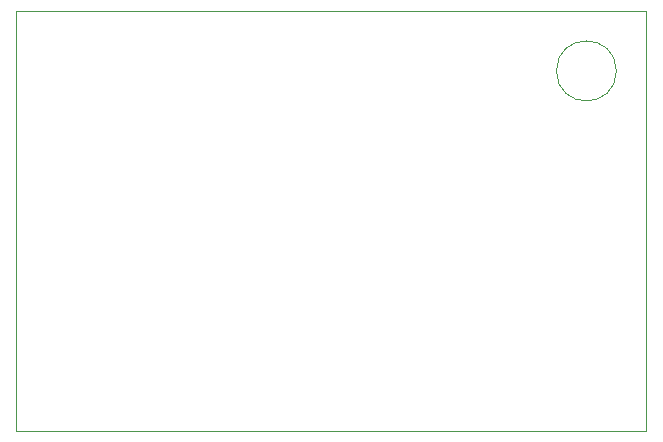
<source format=gbr>
%TF.GenerationSoftware,KiCad,Pcbnew,(6.0.10)*%
%TF.CreationDate,2023-02-17T10:00:27-08:00*%
%TF.ProjectId,exercise2,65786572-6369-4736-9532-2e6b69636164,rev?*%
%TF.SameCoordinates,Original*%
%TF.FileFunction,Profile,NP*%
%FSLAX46Y46*%
G04 Gerber Fmt 4.6, Leading zero omitted, Abs format (unit mm)*
G04 Created by KiCad (PCBNEW (6.0.10)) date 2023-02-17 10:00:27*
%MOMM*%
%LPD*%
G01*
G04 APERTURE LIST*
%TA.AperFunction,Profile*%
%ADD10C,0.100000*%
%TD*%
G04 APERTURE END LIST*
D10*
X165100000Y-66040000D02*
G75*
G03*
X165100000Y-66040000I-2540000J0D01*
G01*
X114300000Y-60960000D02*
X167640000Y-60960000D01*
X167640000Y-60960000D02*
X167640000Y-96520000D01*
X167640000Y-96520000D02*
X114300000Y-96520000D01*
X114300000Y-96520000D02*
X114300000Y-60960000D01*
M02*

</source>
